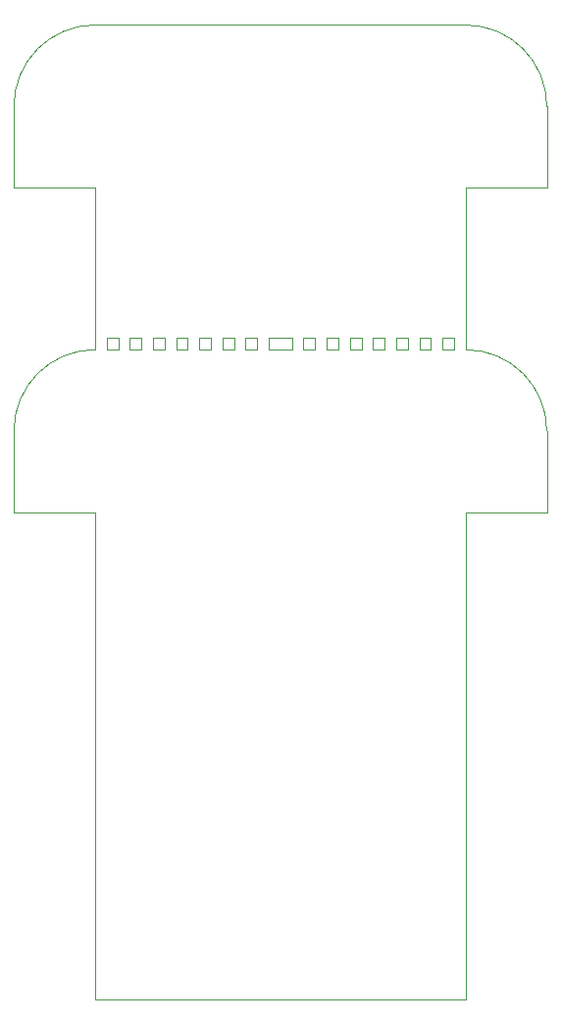
<source format=gbr>
%TF.GenerationSoftware,KiCad,Pcbnew,7.0.9*%
%TF.CreationDate,2024-02-03T23:12:42-08:00*%
%TF.ProjectId,micromouse,6d696372-6f6d-46f7-9573-652e6b696361,rev?*%
%TF.SameCoordinates,Original*%
%TF.FileFunction,Profile,NP*%
%FSLAX46Y46*%
G04 Gerber Fmt 4.6, Leading zero omitted, Abs format (unit mm)*
G04 Created by KiCad (PCBNEW 7.0.9) date 2024-02-03 23:12:42*
%MOMM*%
%LPD*%
G01*
G04 APERTURE LIST*
%TA.AperFunction,Profile*%
%ADD10C,0.100000*%
%TD*%
G04 APERTURE END LIST*
D10*
X148000000Y-84000000D02*
X146000000Y-84000000D01*
X148000000Y-85000000D02*
X148000000Y-84000000D01*
X146000000Y-85000000D02*
X148000000Y-85000000D01*
X146000000Y-84000000D02*
X146000000Y-85000000D01*
X144000000Y-85000000D02*
X144000000Y-84000000D01*
X145000000Y-84000000D02*
X145000000Y-85000000D01*
X145000000Y-84000000D02*
X144000000Y-84000000D01*
X144000000Y-85000000D02*
X145000000Y-85000000D01*
X144000000Y-84000000D02*
X144000000Y-85000000D01*
X145000000Y-84000000D02*
X145000000Y-85000000D01*
X143000000Y-84000000D02*
X143000000Y-85000000D01*
X143000000Y-84000000D02*
X142000000Y-84000000D01*
X142000000Y-84000000D02*
X142000000Y-85000000D01*
X142000000Y-85000000D02*
X143000000Y-85000000D01*
X141000000Y-84000000D02*
X140000000Y-84000000D01*
X140000000Y-84000000D02*
X140000000Y-85000000D01*
X141000000Y-84000000D02*
X141000000Y-85000000D01*
X140000000Y-85000000D02*
X141000000Y-85000000D01*
X137000000Y-84000000D02*
X137000000Y-85000000D01*
X137000000Y-84000000D02*
X136000000Y-84000000D01*
X138000000Y-84000000D02*
X138000000Y-85000000D01*
X138000000Y-85000000D02*
X139000000Y-85000000D01*
X136000000Y-85000000D02*
X137000000Y-85000000D01*
X136000000Y-84000000D02*
X136000000Y-85000000D01*
X139000000Y-84000000D02*
X139000000Y-85000000D01*
X136000000Y-85000000D02*
X136000000Y-84000000D01*
X139000000Y-84000000D02*
X138000000Y-84000000D01*
X135000000Y-84000000D02*
X134000000Y-84000000D01*
X135000000Y-85000000D02*
X135000000Y-84000000D01*
X134000000Y-85000000D02*
X135000000Y-85000000D01*
X134000000Y-84000000D02*
X134000000Y-85000000D01*
X133000000Y-84000000D02*
X132000000Y-84000000D01*
X133000000Y-85000000D02*
X133000000Y-84000000D01*
X132000000Y-85000000D02*
X133000000Y-85000000D01*
X132000000Y-84000000D02*
X132000000Y-85000000D01*
X150000000Y-84000000D02*
X149000000Y-84000000D01*
X151000000Y-85000000D02*
X152000000Y-85000000D01*
X149000000Y-85000000D02*
X150000000Y-85000000D01*
X152000000Y-84000000D02*
X151000000Y-84000000D01*
X151000000Y-84000000D02*
X151000000Y-85000000D01*
X150000000Y-84000000D02*
X150000000Y-85000000D01*
X149000000Y-84000000D02*
X149000000Y-85000000D01*
X152000000Y-84000000D02*
X152000000Y-85000000D01*
X153000000Y-85000000D02*
X154000000Y-85000000D01*
X154000000Y-84000000D02*
X153000000Y-84000000D01*
X155000000Y-85000000D02*
X156000000Y-85000000D01*
X155000000Y-84000000D02*
X155000000Y-85000000D01*
X156000000Y-84000000D02*
X155000000Y-84000000D01*
X157000000Y-85000000D02*
X158000000Y-85000000D01*
X158000000Y-84000000D02*
X157000000Y-84000000D01*
X159000000Y-85000000D02*
X160000000Y-85000000D01*
X160000000Y-84000000D02*
X159000000Y-84000000D01*
X161000000Y-85000000D02*
X162000000Y-85000000D01*
X162000000Y-84000000D02*
X161000000Y-84000000D01*
X161000000Y-84000000D02*
X161000000Y-85000000D01*
X158000000Y-84000000D02*
X158000000Y-85000000D01*
X160000000Y-84000000D02*
X160000000Y-85000000D01*
X155000000Y-85000000D02*
X155000000Y-84000000D01*
X154000000Y-84000000D02*
X154000000Y-85000000D01*
X159000000Y-84000000D02*
X159000000Y-85000000D01*
X156000000Y-84000000D02*
X156000000Y-85000000D01*
X157000000Y-84000000D02*
X157000000Y-85000000D01*
X153000000Y-84000000D02*
X153000000Y-85000000D01*
X169999999Y-64000001D02*
G75*
G03*
X163000001Y-57000001I-6999999J1D01*
G01*
X130999999Y-56999999D02*
X163000001Y-57000001D01*
X124000000Y-71000001D02*
X123999999Y-63999999D01*
X130999998Y-84999998D02*
G75*
G03*
X123999998Y-91999998I2J-7000002D01*
G01*
X163000000Y-85000000D02*
X163000000Y-71000001D01*
X124000000Y-99000000D02*
X131000000Y-99000000D01*
X124000000Y-71000001D02*
X131000000Y-71000001D01*
X131000000Y-141000000D02*
X163000000Y-141000000D01*
X162000000Y-84000000D02*
X162000000Y-85000000D01*
X131000000Y-141000000D02*
X131000000Y-99000000D01*
X170000000Y-99000000D02*
X170000000Y-92000000D01*
X170000000Y-71000001D02*
X170000001Y-64000001D01*
X131000000Y-71000001D02*
X130999998Y-84999998D01*
X170000000Y-99000000D02*
X163000000Y-99000000D01*
X163000000Y-99000000D02*
X163000000Y-141000000D01*
X124000000Y-99000000D02*
X123999998Y-91999998D01*
X170000000Y-92000000D02*
G75*
G03*
X163000000Y-85000000I-7000000J0D01*
G01*
X170000000Y-71000001D02*
X163000000Y-71000001D01*
X130999999Y-56999999D02*
G75*
G03*
X123999999Y-63999999I1J-7000001D01*
G01*
M02*

</source>
